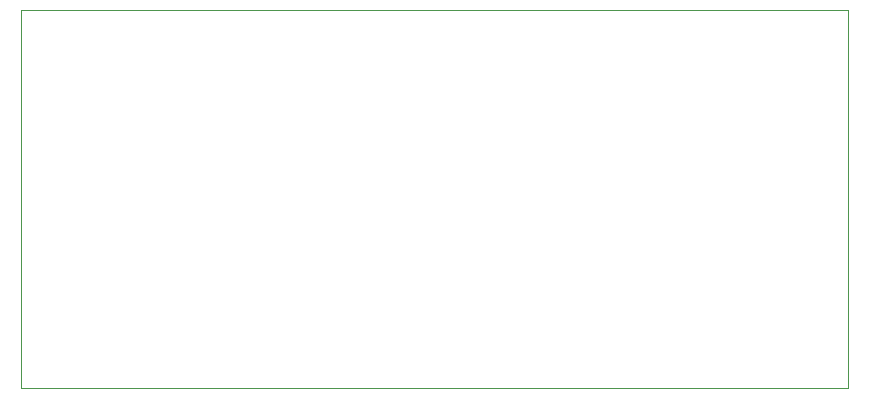
<source format=gbr>
%TF.GenerationSoftware,KiCad,Pcbnew,(6.0.5)*%
%TF.CreationDate,2022-06-13T21:30:09+05:30*%
%TF.ProjectId,pcb-dev-dsPIC30F3011,7063622d-6465-4762-9d64-735049433330,rev?*%
%TF.SameCoordinates,Original*%
%TF.FileFunction,Profile,NP*%
%FSLAX46Y46*%
G04 Gerber Fmt 4.6, Leading zero omitted, Abs format (unit mm)*
G04 Created by KiCad (PCBNEW (6.0.5)) date 2022-06-13 21:30:09*
%MOMM*%
%LPD*%
G01*
G04 APERTURE LIST*
%TA.AperFunction,Profile*%
%ADD10C,0.100000*%
%TD*%
G04 APERTURE END LIST*
D10*
X194000000Y-118000000D02*
X194000000Y-112000000D01*
X194000000Y-112000000D02*
X124000000Y-112000000D01*
X124000000Y-112000000D02*
X124000000Y-144000000D01*
X194000000Y-144000000D02*
X194000000Y-118000000D01*
X124000000Y-144000000D02*
X194000000Y-144000000D01*
M02*

</source>
